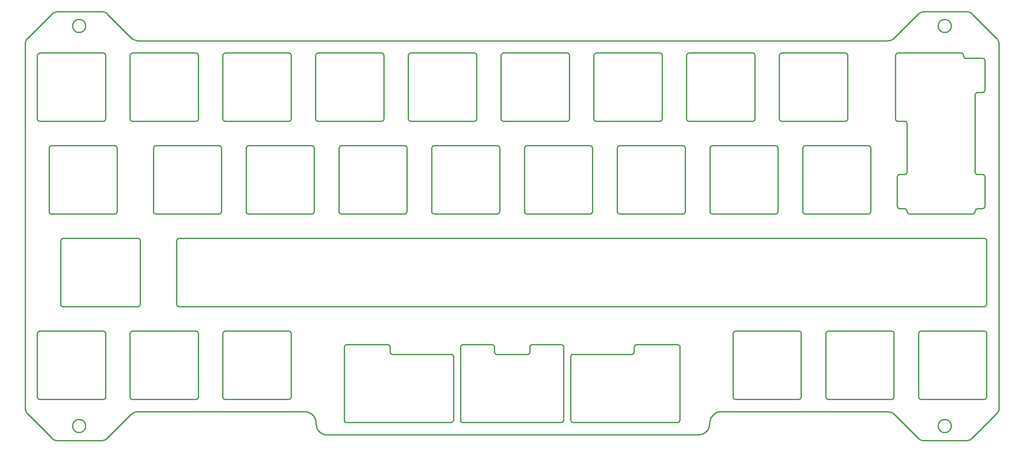
<source format=gm1>
%TF.GenerationSoftware,KiCad,Pcbnew,7.0.6*%
%TF.CreationDate,2023-12-03T00:16:16-05:00*%
%TF.ProjectId,dual-stagger-cutiepie-plate,6475616c-2d73-4746-9167-6765722d6375,rev?*%
%TF.SameCoordinates,PX2fb0968PY80063eb*%
%TF.FileFunction,Profile,NP*%
%FSLAX46Y46*%
G04 Gerber Fmt 4.6, Leading zero omitted, Abs format (unit mm)*
G04 Created by KiCad (PCBNEW 7.0.6) date 2023-12-03 00:16:16*
%MOMM*%
%LPD*%
G01*
G04 APERTURE LIST*
%ADD10C,0.250000*%
%TA.AperFunction,Profile*%
%ADD11C,0.250000*%
%TD*%
G04 APERTURE END LIST*
D10*
X181119141Y47224301D02*
X181046754Y47483570D01*
X180857470Y47663954D01*
X180619141Y47724301D01*
D11*
X181119141Y47137301D02*
X181119141Y47224301D01*
D10*
X181619141Y46637301D02*
X181359872Y46709688D01*
X181179488Y46898972D01*
X181119141Y47137301D01*
D11*
X194619141Y46637301D02*
X181619141Y46637301D01*
D10*
X195119141Y47137301D02*
X195046754Y46878033D01*
X194857470Y46697649D01*
X194619141Y46637301D01*
D11*
X195119141Y47224301D02*
X195119141Y47137301D01*
D10*
X195619141Y47724301D02*
X195359872Y47651915D01*
X195179488Y47462631D01*
X195119141Y47224301D01*
D11*
X196619141Y47724301D02*
X195619141Y47724301D01*
D10*
X197119141Y48224301D02*
X197046754Y47965033D01*
X196857470Y47784649D01*
X196619141Y47724301D01*
D11*
X197119141Y54224301D02*
X197119141Y48224301D01*
D10*
X196619141Y54724301D02*
X196878409Y54651915D01*
X197058793Y54462631D01*
X197119141Y54224301D01*
D11*
X195619141Y54724301D02*
X196619141Y54724301D01*
D10*
X195119141Y55224301D02*
X195191527Y54965033D01*
X195380811Y54784649D01*
X195619141Y54724301D01*
D11*
X195119141Y71100301D02*
X195119141Y55224301D01*
D10*
X195619141Y71600301D02*
X195359872Y71527915D01*
X195179488Y71338631D01*
X195119141Y71100301D01*
D11*
X196619141Y71600301D02*
X195619141Y71600301D01*
D10*
X197119141Y72100301D02*
X197046754Y71841033D01*
X196857470Y71660649D01*
X196619141Y71600301D01*
D11*
X197119141Y78100301D02*
X197119141Y72100301D01*
D10*
X196619141Y78600301D02*
X196878409Y78527915D01*
X197058793Y78338631D01*
X197119141Y78100301D01*
D11*
X193237891Y78600301D02*
X196619141Y78600301D01*
D10*
X192737891Y79100301D02*
X192810277Y78841033D01*
X192999561Y78660649D01*
X193237891Y78600301D01*
D11*
X192737891Y79192301D02*
X192737891Y79100301D01*
D10*
X192237891Y79692301D02*
X192497159Y79619915D01*
X192677543Y79430631D01*
X192737891Y79192301D01*
D11*
X179237891Y79692301D02*
X192237891Y79692301D01*
D10*
X178737891Y79192301D02*
X178810277Y79451570D01*
X178999561Y79631954D01*
X179237891Y79692301D01*
D11*
X178737891Y66187301D02*
X178737891Y79192301D01*
D10*
X179237891Y65687301D02*
X178978622Y65759688D01*
X178798238Y65948972D01*
X178737891Y66187301D01*
D11*
X180619141Y65687301D02*
X179237891Y65687301D01*
D10*
X181119141Y65187301D02*
X181046754Y65446570D01*
X180857470Y65626954D01*
X180619141Y65687301D01*
D11*
X181118904Y55227260D02*
X181119141Y65187301D01*
D10*
X180618904Y54727260D02*
X180878172Y54799647D01*
X181058556Y54988931D01*
X181118904Y55227260D01*
D11*
X179619141Y54726804D02*
X180618904Y54727260D01*
D10*
X179119141Y54226804D02*
X179191527Y54486073D01*
X179380811Y54666457D01*
X179619141Y54726804D01*
D11*
X179619141Y47726804D02*
X180619144Y47726804D01*
D10*
X179119141Y48226804D02*
X179191527Y47967536D01*
X179380811Y47787152D01*
X179619141Y47726804D01*
D11*
X179119141Y54226804D02*
X179119141Y48226804D01*
D10*
X7288498Y41092449D02*
X7360884Y41351718D01*
X7550168Y41532102D01*
X7788498Y41592449D01*
D11*
X7288498Y28092449D02*
X7288498Y41092449D01*
D10*
X7788498Y27592449D02*
X7529229Y27664836D01*
X7348845Y27854120D01*
X7288498Y28092449D01*
D11*
X23169498Y27592449D02*
X7788498Y27592449D01*
D10*
X23669498Y28092449D02*
X23597111Y27833181D01*
X23407827Y27652797D01*
X23169498Y27592449D01*
D11*
X23669498Y41092449D02*
X23669498Y28092449D01*
D10*
X23169498Y41592449D02*
X23428766Y41520063D01*
X23609150Y41330779D01*
X23669498Y41092449D01*
D11*
X7788498Y41592449D02*
X23169498Y41592449D01*
D10*
X2525587Y79192449D02*
X2597973Y79451718D01*
X2787257Y79632102D01*
X3025587Y79692449D01*
D11*
X2525587Y66192449D02*
X2525587Y79192449D01*
D10*
X3025587Y65692449D02*
X2766318Y65764836D01*
X2585934Y65954120D01*
X2525587Y66192449D01*
D11*
X16025587Y65692449D02*
X3025587Y65692449D01*
D10*
X16525587Y66192449D02*
X16453200Y65933181D01*
X16263916Y65752797D01*
X16025587Y65692449D01*
D11*
X16525587Y79192449D02*
X16525587Y66192449D01*
D10*
X16025587Y79692449D02*
X16284855Y79620063D01*
X16465239Y79430779D01*
X16525587Y79192449D01*
D11*
X3025587Y79692449D02*
X16025587Y79692449D01*
D10*
X21575587Y79192449D02*
X21647973Y79451718D01*
X21837257Y79632102D01*
X22075587Y79692449D01*
D11*
X21575587Y66192449D02*
X21575587Y79192449D01*
D10*
X22075587Y65692449D02*
X21816318Y65764836D01*
X21635934Y65954120D01*
X21575587Y66192449D01*
D11*
X35075587Y65692449D02*
X22075587Y65692449D01*
D10*
X35575587Y66192449D02*
X35503200Y65933181D01*
X35313916Y65752797D01*
X35075587Y65692449D01*
D11*
X35575587Y79192449D02*
X35575587Y66192449D01*
D10*
X35075587Y79692449D02*
X35334855Y79620063D01*
X35515239Y79430779D01*
X35575587Y79192449D01*
D11*
X22075587Y79692449D02*
X35075587Y79692449D01*
D10*
X40625195Y79192449D02*
X40697581Y79451718D01*
X40886865Y79632102D01*
X41125195Y79692449D01*
D11*
X40625195Y66192449D02*
X40625195Y79192449D01*
D10*
X41125195Y65692449D02*
X40865926Y65764836D01*
X40685542Y65954120D01*
X40625195Y66192449D01*
D11*
X54125195Y65692449D02*
X41125195Y65692449D01*
D10*
X54625195Y66192449D02*
X54552808Y65933181D01*
X54363524Y65752797D01*
X54125195Y65692449D01*
D11*
X54625195Y79192449D02*
X54625195Y66192449D01*
D10*
X54125195Y79692449D02*
X54384463Y79620063D01*
X54564847Y79430779D01*
X54625195Y79192449D01*
D11*
X41125195Y79692449D02*
X54125195Y79692449D01*
D10*
X59675587Y79192449D02*
X59747973Y79451718D01*
X59937257Y79632102D01*
X60175587Y79692449D01*
D11*
X59675587Y66192449D02*
X59675587Y79192449D01*
D10*
X60175587Y65692449D02*
X59916318Y65764836D01*
X59735934Y65954120D01*
X59675587Y66192449D01*
D11*
X73175587Y65692449D02*
X60175587Y65692449D01*
D10*
X73675587Y66192449D02*
X73603200Y65933181D01*
X73413916Y65752797D01*
X73175587Y65692449D01*
D11*
X73675587Y79192449D02*
X73675587Y66192449D01*
D10*
X73175587Y79692449D02*
X73434855Y79620063D01*
X73615239Y79430779D01*
X73675587Y79192449D01*
D11*
X60175587Y79692449D02*
X73175587Y79692449D01*
D10*
X78725587Y79192449D02*
X78797973Y79451718D01*
X78987257Y79632102D01*
X79225587Y79692449D01*
D11*
X78725587Y66192449D02*
X78725587Y79192449D01*
D10*
X79225587Y65692449D02*
X78966318Y65764836D01*
X78785934Y65954120D01*
X78725587Y66192449D01*
D11*
X92225587Y65692449D02*
X79225587Y65692449D01*
D10*
X92725587Y66192449D02*
X92653200Y65933181D01*
X92463916Y65752797D01*
X92225587Y65692449D01*
D11*
X92725587Y79192449D02*
X92725587Y66192449D01*
D10*
X92225587Y79692449D02*
X92484855Y79620063D01*
X92665239Y79430779D01*
X92725587Y79192449D01*
D11*
X79225587Y79692449D02*
X92225587Y79692449D01*
D10*
X97775195Y79192449D02*
X97847581Y79451718D01*
X98036865Y79632102D01*
X98275195Y79692449D01*
D11*
X97775195Y66192449D02*
X97775195Y79192449D01*
D10*
X98275195Y65692449D02*
X98015926Y65764836D01*
X97835542Y65954120D01*
X97775195Y66192449D01*
D11*
X111275195Y65692449D02*
X98275195Y65692449D01*
D10*
X111775195Y66192449D02*
X111702808Y65933181D01*
X111513524Y65752797D01*
X111275195Y65692449D01*
D11*
X111775195Y79192449D02*
X111775195Y66192449D01*
D10*
X111275195Y79692449D02*
X111534463Y79620063D01*
X111714847Y79430779D01*
X111775195Y79192449D01*
D11*
X98275195Y79692449D02*
X111275195Y79692449D01*
D10*
X116825587Y79192449D02*
X116897973Y79451718D01*
X117087257Y79632102D01*
X117325587Y79692449D01*
D11*
X116825587Y66192449D02*
X116825587Y79192449D01*
D10*
X117325587Y65692449D02*
X117066318Y65764836D01*
X116885934Y65954120D01*
X116825587Y66192449D01*
D11*
X130325587Y65692449D02*
X117325587Y65692449D01*
D10*
X130825587Y66192449D02*
X130753200Y65933181D01*
X130563916Y65752797D01*
X130325587Y65692449D01*
D11*
X130825587Y79192449D02*
X130825587Y66192449D01*
D10*
X130325587Y79692449D02*
X130584855Y79620063D01*
X130765239Y79430779D01*
X130825587Y79192449D01*
D11*
X117325587Y79692449D02*
X130325587Y79692449D01*
D10*
X135875587Y79192449D02*
X135947973Y79451718D01*
X136137257Y79632102D01*
X136375587Y79692449D01*
D11*
X135875587Y66192449D02*
X135875587Y79192449D01*
D10*
X136375587Y65692449D02*
X136116318Y65764836D01*
X135935934Y65954120D01*
X135875587Y66192449D01*
D11*
X149375587Y65692449D02*
X136375587Y65692449D01*
D10*
X149875587Y66192449D02*
X149803200Y65933181D01*
X149613916Y65752797D01*
X149375587Y65692449D01*
D11*
X149875587Y79192449D02*
X149875587Y66192449D01*
D10*
X149375587Y79692449D02*
X149634855Y79620063D01*
X149815239Y79430779D01*
X149875587Y79192449D01*
D11*
X136375587Y79692449D02*
X149375587Y79692449D01*
D10*
X154925195Y79192449D02*
X154997581Y79451718D01*
X155186865Y79632102D01*
X155425195Y79692449D01*
D11*
X154925195Y66192449D02*
X154925195Y79192449D01*
D10*
X155425195Y65692449D02*
X155165926Y65764836D01*
X154985542Y65954120D01*
X154925195Y66192449D01*
D11*
X168425195Y65692449D02*
X155425195Y65692449D01*
D10*
X168925195Y66192449D02*
X168852808Y65933181D01*
X168663524Y65752797D01*
X168425195Y65692449D01*
D11*
X168925195Y79192449D02*
X168925195Y66192449D01*
D10*
X168425195Y79692449D02*
X168684463Y79620063D01*
X168864847Y79430779D01*
X168925195Y79192449D01*
D11*
X155425195Y79692449D02*
X168425195Y79692449D01*
D10*
X4906526Y60142449D02*
X4978912Y60401718D01*
X5168196Y60582102D01*
X5406526Y60642449D01*
D11*
X4906526Y47142449D02*
X4906526Y60142449D01*
D10*
X5406526Y46642449D02*
X5147257Y46714836D01*
X4966873Y46904120D01*
X4906526Y47142449D01*
D11*
X18406526Y46642449D02*
X5406526Y46642449D01*
D10*
X18906526Y47142449D02*
X18834139Y46883181D01*
X18644855Y46702797D01*
X18406526Y46642449D01*
D11*
X18906526Y60142449D02*
X18906526Y47142449D01*
D10*
X18406526Y60642449D02*
X18665794Y60570063D01*
X18846178Y60380779D01*
X18906526Y60142449D01*
D11*
X5406526Y60642449D02*
X18406526Y60642449D01*
D10*
X26338087Y60142449D02*
X26410473Y60401718D01*
X26599757Y60582102D01*
X26838087Y60642449D01*
D11*
X26338087Y47142449D02*
X26338087Y60142449D01*
D10*
X26838087Y46642449D02*
X26578818Y46714836D01*
X26398434Y46904120D01*
X26338087Y47142449D01*
D11*
X39838087Y46642449D02*
X26838087Y46642449D01*
D10*
X40338087Y47142449D02*
X40265700Y46883181D01*
X40076416Y46702797D01*
X39838087Y46642449D01*
D11*
X40338087Y60142449D02*
X40338087Y47142449D01*
D10*
X39838087Y60642449D02*
X40097355Y60570063D01*
X40277739Y60380779D01*
X40338087Y60142449D01*
D11*
X26838087Y60642449D02*
X39838087Y60642449D01*
D10*
X45387695Y60142449D02*
X45460081Y60401718D01*
X45649365Y60582102D01*
X45887695Y60642449D01*
D11*
X45387695Y47142449D02*
X45387695Y60142449D01*
D10*
X45887695Y46642449D02*
X45628426Y46714836D01*
X45448042Y46904120D01*
X45387695Y47142449D01*
D11*
X58887695Y46642449D02*
X45887695Y46642449D01*
D10*
X59387695Y47142449D02*
X59315308Y46883181D01*
X59126024Y46702797D01*
X58887695Y46642449D01*
D11*
X59387695Y60142449D02*
X59387695Y47142449D01*
D10*
X58887695Y60642449D02*
X59146963Y60570063D01*
X59327347Y60380779D01*
X59387695Y60142449D01*
D11*
X45887695Y60642449D02*
X58887695Y60642449D01*
D10*
X64438087Y60142449D02*
X64510473Y60401718D01*
X64699757Y60582102D01*
X64938087Y60642449D01*
D11*
X64438087Y47142449D02*
X64438087Y60142449D01*
D10*
X64938087Y46642449D02*
X64678818Y46714836D01*
X64498434Y46904120D01*
X64438087Y47142449D01*
D11*
X77938087Y46642449D02*
X64938087Y46642449D01*
D10*
X78438087Y47142449D02*
X78365700Y46883181D01*
X78176416Y46702797D01*
X77938087Y46642449D01*
D11*
X78438087Y60142449D02*
X78438087Y47142449D01*
D10*
X77938087Y60642449D02*
X78197355Y60570063D01*
X78377739Y60380779D01*
X78438087Y60142449D01*
D11*
X64938087Y60642449D02*
X77938087Y60642449D01*
D10*
X83488087Y60142449D02*
X83560473Y60401718D01*
X83749757Y60582102D01*
X83988087Y60642449D01*
D11*
X83488087Y47142449D02*
X83488087Y60142449D01*
D10*
X83988087Y46642449D02*
X83728818Y46714836D01*
X83548434Y46904120D01*
X83488087Y47142449D01*
D11*
X96988087Y46642449D02*
X83988087Y46642449D01*
D10*
X97488087Y47142449D02*
X97415700Y46883181D01*
X97226416Y46702797D01*
X96988087Y46642449D01*
D11*
X97488087Y60142449D02*
X97488087Y47142449D01*
D10*
X96988087Y60642449D02*
X97247355Y60570063D01*
X97427739Y60380779D01*
X97488087Y60142449D01*
D11*
X83988087Y60642449D02*
X96988087Y60642449D01*
D10*
X102537695Y60142449D02*
X102610081Y60401718D01*
X102799365Y60582102D01*
X103037695Y60642449D01*
D11*
X102537695Y47142449D02*
X102537695Y60142449D01*
D10*
X103037695Y46642449D02*
X102778426Y46714836D01*
X102598042Y46904120D01*
X102537695Y47142449D01*
D11*
X116037695Y46642449D02*
X103037695Y46642449D01*
D10*
X116537695Y47142449D02*
X116465308Y46883181D01*
X116276024Y46702797D01*
X116037695Y46642449D01*
D11*
X116537695Y60142449D02*
X116537695Y47142449D01*
D10*
X116037695Y60642449D02*
X116296963Y60570063D01*
X116477347Y60380779D01*
X116537695Y60142449D01*
D11*
X103037695Y60642449D02*
X116037695Y60642449D01*
D10*
X121588087Y60142449D02*
X121660473Y60401718D01*
X121849757Y60582102D01*
X122088087Y60642449D01*
D11*
X121588087Y47142449D02*
X121588087Y60142449D01*
D10*
X122088087Y46642449D02*
X121828818Y46714836D01*
X121648434Y46904120D01*
X121588087Y47142449D01*
D11*
X135088087Y46642449D02*
X122088087Y46642449D01*
D10*
X135588087Y47142449D02*
X135515700Y46883181D01*
X135326416Y46702797D01*
X135088087Y46642449D01*
D11*
X135588087Y60142449D02*
X135588087Y47142449D01*
D10*
X135088087Y60642449D02*
X135347355Y60570063D01*
X135527739Y60380779D01*
X135588087Y60142449D01*
D11*
X122088087Y60642449D02*
X135088087Y60642449D01*
D10*
X140638087Y60142449D02*
X140710473Y60401718D01*
X140899757Y60582102D01*
X141138087Y60642449D01*
D11*
X140638087Y47142449D02*
X140638087Y60142449D01*
D10*
X141138087Y46642449D02*
X140878818Y46714836D01*
X140698434Y46904120D01*
X140638087Y47142449D01*
D11*
X154138087Y46642449D02*
X141138087Y46642449D01*
D10*
X154638087Y47142449D02*
X154565700Y46883181D01*
X154376416Y46702797D01*
X154138087Y46642449D01*
D11*
X154638087Y60142449D02*
X154638087Y47142449D01*
D10*
X154138087Y60642449D02*
X154397355Y60570063D01*
X154577739Y60380779D01*
X154638087Y60142449D01*
D11*
X141138087Y60642449D02*
X154138087Y60642449D01*
D10*
X159687695Y60142449D02*
X159760081Y60401718D01*
X159949365Y60582102D01*
X160187695Y60642449D01*
D11*
X159687695Y47142449D02*
X159687695Y60142449D01*
D10*
X160187695Y46642449D02*
X159928426Y46714836D01*
X159748042Y46904120D01*
X159687695Y47142449D01*
D11*
X173187695Y46642449D02*
X160187695Y46642449D01*
D10*
X173687695Y47142449D02*
X173615308Y46883181D01*
X173426024Y46702797D01*
X173187695Y46642449D01*
D11*
X173687695Y60142449D02*
X173687695Y47142449D01*
D10*
X173187695Y60642449D02*
X173446963Y60570063D01*
X173627347Y60380779D01*
X173687695Y60142449D01*
D11*
X160187695Y60642449D02*
X173187695Y60642449D01*
D10*
X2525587Y22042449D02*
X2597973Y22301718D01*
X2787257Y22482102D01*
X3025587Y22542449D01*
D11*
X2525587Y9042449D02*
X2525587Y22042449D01*
D10*
X3025587Y8542449D02*
X2766318Y8614836D01*
X2585934Y8804120D01*
X2525587Y9042449D01*
D11*
X16025587Y8542449D02*
X3025587Y8542449D01*
D10*
X16525587Y9042449D02*
X16453200Y8783181D01*
X16263916Y8602797D01*
X16025587Y8542449D01*
D11*
X16525587Y22042449D02*
X16525587Y9042449D01*
D10*
X16025587Y22542449D02*
X16284855Y22470063D01*
X16465239Y22280779D01*
X16525587Y22042449D01*
D11*
X3025587Y22542449D02*
X16025587Y22542449D01*
D10*
X21575587Y22042449D02*
X21647973Y22301718D01*
X21837257Y22482102D01*
X22075587Y22542449D01*
D11*
X21575587Y9042449D02*
X21575587Y22042449D01*
D10*
X22075587Y8542449D02*
X21816318Y8614836D01*
X21635934Y8804120D01*
X21575587Y9042449D01*
D11*
X35075587Y8542449D02*
X22075587Y8542449D01*
D10*
X35575587Y9042449D02*
X35503200Y8783181D01*
X35313916Y8602797D01*
X35075587Y8542449D01*
D11*
X35575587Y22042449D02*
X35575587Y9042449D01*
D10*
X35075587Y22542449D02*
X35334855Y22470063D01*
X35515239Y22280779D01*
X35575587Y22042449D01*
D11*
X22075587Y22542449D02*
X35075587Y22542449D01*
D10*
X40625195Y22042449D02*
X40697581Y22301718D01*
X40886865Y22482102D01*
X41125195Y22542449D01*
D11*
X40625195Y9042449D02*
X40625195Y22042449D01*
D10*
X41125195Y8542449D02*
X40865926Y8614836D01*
X40685542Y8804120D01*
X40625195Y9042449D01*
D11*
X54125195Y8542449D02*
X41125195Y8542449D01*
D10*
X54625195Y9042449D02*
X54552808Y8783181D01*
X54363524Y8602797D01*
X54125195Y8542449D01*
D11*
X54625195Y22042449D02*
X54625195Y9042449D01*
D10*
X54125195Y22542449D02*
X54384463Y22470063D01*
X54564847Y22280779D01*
X54625195Y22042449D01*
D11*
X41125195Y22542449D02*
X54125195Y22542449D01*
D10*
X145400391Y22042449D02*
X145472777Y22301718D01*
X145662061Y22482102D01*
X145900391Y22542449D01*
D11*
X145400391Y9042449D02*
X145400391Y22042449D01*
D10*
X145900391Y8542449D02*
X145641122Y8614836D01*
X145460738Y8804120D01*
X145400391Y9042449D01*
D11*
X158900391Y8542449D02*
X145900391Y8542449D01*
D10*
X159400391Y9042449D02*
X159328004Y8783181D01*
X159138720Y8602797D01*
X158900391Y8542449D01*
D11*
X159400391Y22042449D02*
X159400391Y9042449D01*
D10*
X158900391Y22542449D02*
X159159659Y22470063D01*
X159340043Y22280779D01*
X159400391Y22042449D01*
D11*
X145900391Y22542449D02*
X158900391Y22542449D01*
D10*
X164450391Y22042449D02*
X164522777Y22301718D01*
X164712061Y22482102D01*
X164950391Y22542449D01*
D11*
X164450391Y9042449D02*
X164450391Y22042449D01*
D10*
X164950391Y8542449D02*
X164691122Y8614836D01*
X164510738Y8804120D01*
X164450391Y9042449D01*
D11*
X177950391Y8542449D02*
X164950391Y8542449D01*
D10*
X178450391Y9042449D02*
X178378004Y8783181D01*
X178188720Y8602797D01*
X177950391Y8542449D01*
D11*
X178450391Y22042449D02*
X178450391Y9042449D01*
D10*
X177950391Y22542449D02*
X178209659Y22470063D01*
X178390043Y22280779D01*
X178450391Y22042449D01*
D11*
X164950391Y22542449D02*
X177950391Y22542449D01*
D10*
X183499998Y22042449D02*
X183572384Y22301718D01*
X183761668Y22482102D01*
X183999998Y22542449D01*
D11*
X183499998Y9042449D02*
X183499998Y22042449D01*
D10*
X183999998Y8542449D02*
X183740729Y8614836D01*
X183560345Y8804120D01*
X183499998Y9042449D01*
D11*
X196999998Y8542449D02*
X183999998Y8542449D01*
D10*
X197499998Y9042449D02*
X197427611Y8783181D01*
X197238327Y8602797D01*
X196999998Y8542449D01*
D11*
X197499998Y22042449D02*
X197499998Y9042449D01*
D10*
X196999998Y22542449D02*
X197259266Y22470063D01*
X197439650Y22280779D01*
X197499998Y22042449D01*
D11*
X183999998Y22542449D02*
X196999998Y22542449D01*
D10*
X31099998Y41092449D02*
X31172384Y41351718D01*
X31361668Y41532102D01*
X31599998Y41592449D01*
D11*
X31099998Y28092449D02*
X31099998Y41092449D01*
D10*
X31599998Y27592449D02*
X31340729Y27664836D01*
X31160345Y27854120D01*
X31099998Y28092449D01*
D11*
X196999998Y27592449D02*
X31599998Y27592449D01*
D10*
X197499998Y28092449D02*
X197427611Y27833181D01*
X197238327Y27652797D01*
X196999998Y27592449D01*
D11*
X197499998Y41092449D02*
X197499998Y28092449D01*
D10*
X196999998Y41592449D02*
X197259266Y41520063D01*
X197439650Y41330779D01*
X197499998Y41092449D01*
D11*
X31599998Y41592449D02*
X196999998Y41592449D01*
X190256621Y3015723D02*
G75*
G03*
X190256621Y3015723I-1350000J0D01*
G01*
X12468932Y3015449D02*
G75*
G03*
X12468932Y3015449I-1350000J0D01*
G01*
X12468932Y85217348D02*
G75*
G03*
X12468932Y85217348I-1350000J0D01*
G01*
X190256621Y85217329D02*
G75*
G03*
X190256621Y85217329I-1350000J0D01*
G01*
X74937998Y19274801D02*
X74937998Y18279801D01*
D10*
X74437998Y19774801D02*
X74697266Y19702415D01*
X74877650Y19513131D01*
X74937998Y19274801D01*
D11*
X74437998Y19779801D02*
X74437998Y19774801D01*
X66024998Y19779801D02*
X74437998Y19779801D01*
D10*
X65524998Y19279801D02*
X65597384Y19539070D01*
X65786668Y19719454D01*
X66024998Y19779801D01*
D11*
X65524998Y4279801D02*
X65524998Y19279801D01*
D10*
X66024998Y3779801D02*
X65765729Y3852188D01*
X65585345Y4041472D01*
X65524998Y4279801D01*
D11*
X87462998Y3779801D02*
X66024998Y3779801D01*
D10*
X87962998Y4279801D02*
X87890611Y4020533D01*
X87701327Y3840149D01*
X87462998Y3779801D01*
D11*
X87962998Y17279801D02*
X87962998Y4279801D01*
D10*
X87462998Y17779801D02*
X87722266Y17707415D01*
X87902650Y17518131D01*
X87962998Y17279801D01*
D11*
X75437998Y17779801D02*
X87462998Y17779801D01*
D10*
X74937998Y18279801D02*
X75010384Y18020533D01*
X75199668Y17840149D01*
X75437998Y17779801D01*
D11*
X391Y81388921D02*
X391Y44238574D01*
D10*
X586177Y82803135D02*
X392838Y82578800D01*
X236003Y82330703D01*
X117504Y82063269D01*
X39175Y81780924D01*
X2848Y81488096D01*
X391Y81388921D01*
D11*
X5414604Y87631562D02*
X586177Y82803135D01*
D10*
X6828818Y88217348D02*
X6533478Y88195430D01*
X6247147Y88130898D01*
X5974251Y88025585D01*
X5719216Y87881325D01*
X5486468Y87699951D01*
X5414604Y87631562D01*
D11*
X15571966Y88217348D02*
X6828818Y88217348D01*
D10*
X16986180Y87631562D02*
X16761844Y87824900D01*
X16513747Y87981735D01*
X16246313Y88100234D01*
X15963968Y88178564D01*
X15671140Y88214891D01*
X15571966Y88217348D01*
D11*
X21814607Y82803135D02*
X16986180Y87631562D01*
D10*
X23228820Y82217348D02*
X22933480Y82239267D01*
X22647149Y82303799D01*
X22374254Y82409112D01*
X22119219Y82553372D01*
X21886471Y82734747D01*
X21814607Y82803135D01*
D11*
X177121964Y82217306D02*
X23228820Y82217348D01*
D10*
X178536178Y82803093D02*
X178311842Y82609755D01*
X178063745Y82452920D01*
X177796311Y82334421D01*
X177513966Y82256091D01*
X177221138Y82219764D01*
X177121964Y82217306D01*
D11*
X183364647Y87631562D02*
X178536178Y82803093D01*
D10*
X184778860Y88217348D02*
X184483520Y88195430D01*
X184197189Y88130898D01*
X183924293Y88025585D01*
X183669259Y87881325D01*
X183436511Y87699951D01*
X183364647Y87631562D01*
D11*
X193197306Y88217348D02*
X184778860Y88217348D01*
D10*
X194611520Y87631562D02*
X194387184Y87824900D01*
X194139087Y87981735D01*
X193871653Y88100234D01*
X193589308Y88178564D01*
X193296480Y88214891D01*
X193197306Y88217348D01*
D11*
X199439979Y82803102D02*
X194611520Y87631562D01*
D10*
X200025774Y81388888D02*
X200003854Y81684229D01*
X199939320Y81970560D01*
X199834006Y82243456D01*
X199689744Y82498490D01*
X199508368Y82731238D01*
X199439979Y82803102D01*
D11*
X200025376Y6844049D02*
X200025774Y81388888D01*
D10*
X199439574Y5429841D02*
X199632914Y5654175D01*
X199789752Y5902271D01*
X199908254Y6169704D01*
X199986587Y6452047D01*
X200022916Y6744875D01*
X200025376Y6844049D01*
D11*
X194611064Y601432D02*
X199439574Y5429841D01*
D10*
X193196844Y15661D02*
X193492183Y37576D01*
X193778515Y102105D01*
X194051412Y207415D01*
X194306448Y351673D01*
X194539198Y533044D01*
X194611064Y601432D01*
D11*
X184778398Y15749D02*
X193196844Y15661D01*
D10*
X183364191Y601550D02*
X183588524Y408210D01*
X183836620Y251372D01*
X184104052Y132870D01*
X184386396Y54538D01*
X184679223Y18208D01*
X184778398Y15749D01*
D11*
X178534394Y5431449D02*
X183364191Y601550D01*
D10*
X177120168Y6017250D02*
X177415511Y5995331D01*
X177701844Y5930797D01*
X177974743Y5825482D01*
X178229779Y5681218D01*
X178462528Y5499840D01*
X178534394Y5431449D01*
D11*
X143071114Y6017301D02*
X177120168Y6017250D01*
D10*
X140571111Y3517305D02*
X140584018Y3772916D01*
X140621902Y4021143D01*
X140722811Y4376889D01*
X140872849Y4708953D01*
X141067774Y5013095D01*
X141303346Y5285071D01*
X141575323Y5520642D01*
X141879465Y5715567D01*
X142211529Y5865603D01*
X142567276Y5966511D01*
X142815503Y6004395D01*
X143071114Y6017301D01*
X140571111Y3517272D02*
X140571111Y3517305D01*
X138309388Y1255578D02*
X138653822Y1281638D01*
X138981949Y1357259D01*
X139289930Y1478605D01*
X139573929Y1641839D01*
X139830108Y1843124D01*
X140054632Y2078623D01*
X140243663Y2344500D01*
X140393364Y2636917D01*
X140499899Y2952038D01*
X140559431Y3286027D01*
X140571111Y3517272D01*
D11*
X62014883Y1255578D02*
X138309388Y1255578D01*
D10*
X59753160Y3517301D02*
X59779220Y3172863D01*
X59854842Y2844734D01*
X59976190Y2536751D01*
X60139426Y2252751D01*
X60340714Y1996570D01*
X60576217Y1772046D01*
X60842097Y1583016D01*
X61134518Y1433316D01*
X61449643Y1326784D01*
X61783634Y1267256D01*
X62014883Y1255578D01*
X57253160Y6017301D02*
X57508770Y6004394D01*
X57756997Y5966510D01*
X58112743Y5865602D01*
X58444808Y5715565D01*
X58748949Y5520640D01*
X59020927Y5285068D01*
X59256498Y5013091D01*
X59451423Y4708950D01*
X59601460Y4376885D01*
X59702368Y4021139D01*
X59740252Y3772912D01*
X59753160Y3517301D01*
D11*
X23204106Y6017301D02*
X57253160Y6017301D01*
D10*
X21814210Y5431677D02*
X22034815Y5622244D01*
X22278563Y5777508D01*
X22541241Y5895694D01*
X22818636Y5975028D01*
X23106534Y6013735D01*
X23204106Y6017301D01*
D11*
X16985724Y603292D02*
X21814210Y5431677D01*
D10*
X15571504Y17520D02*
X15866843Y39436D01*
X16153175Y103965D01*
X16426072Y209275D01*
X16681108Y353533D01*
X16913858Y534904D01*
X16985724Y603292D01*
D11*
X6828356Y17612D02*
X15571504Y17520D01*
D10*
X5414149Y603413D02*
X5638481Y410073D01*
X5886577Y253236D01*
X6154010Y134734D01*
X6436353Y56401D01*
X6729181Y20072D01*
X6828356Y17612D01*
D11*
X585772Y5431891D02*
X5414149Y603413D01*
D10*
X0Y6846111D02*
X21915Y6550772D01*
X86444Y6264440D01*
X191754Y5991543D01*
X336012Y5736507D01*
X517383Y5503757D01*
X585772Y5431891D01*
D11*
X391Y44238574D02*
X0Y6846111D01*
X112562891Y17779801D02*
X124587891Y17779801D01*
D10*
X112062891Y17279801D02*
X112135277Y17539070D01*
X112324561Y17719454D01*
X112562891Y17779801D01*
D11*
X112062891Y4279801D02*
X112062891Y17279801D01*
D10*
X112562891Y3779801D02*
X112303622Y3852188D01*
X112123238Y4041472D01*
X112062891Y4279801D01*
D11*
X134000891Y3779801D02*
X112562891Y3779801D01*
D10*
X134500891Y4279801D02*
X134428504Y4020533D01*
X134239220Y3840149D01*
X134000891Y3779801D01*
D11*
X134500891Y19279801D02*
X134500891Y4279801D01*
D10*
X134000891Y19779801D02*
X134260159Y19707415D01*
X134440543Y19518131D01*
X134500891Y19279801D01*
D11*
X134000891Y19774801D02*
X134000891Y19779801D01*
X125587891Y19774801D02*
X134000891Y19774801D01*
D10*
X125087891Y19274801D02*
X125160277Y19534070D01*
X125349561Y19714454D01*
X125587891Y19774801D01*
D11*
X125087891Y18279801D02*
X125087891Y19274801D01*
D10*
X124587891Y17779801D02*
X124847159Y17852188D01*
X125027543Y18041472D01*
X125087891Y18279801D01*
D11*
X96900891Y17774801D02*
X103124891Y17774801D01*
D10*
X96400891Y18274801D02*
X96473277Y18015533D01*
X96662561Y17835149D01*
X96900891Y17774801D01*
D11*
X96400891Y19279801D02*
X96400891Y18274801D01*
D10*
X95900891Y19779801D02*
X96160159Y19707415D01*
X96340543Y19518131D01*
X96400891Y19279801D01*
D11*
X89900891Y19779801D02*
X95900891Y19779801D01*
D10*
X89400891Y19279801D02*
X89473277Y19539070D01*
X89662561Y19719454D01*
X89900891Y19779801D01*
D11*
X89400891Y4279801D02*
X89400891Y19279801D01*
D10*
X89900891Y3779801D02*
X89641622Y3852188D01*
X89461238Y4041472D01*
X89400891Y4279801D01*
D11*
X110124891Y3779801D02*
X89900891Y3779801D01*
D10*
X110624891Y4279801D02*
X110552504Y4020533D01*
X110363220Y3840149D01*
X110124891Y3779801D01*
D11*
X110624891Y19279801D02*
X110624891Y4279801D01*
D10*
X110124891Y19779801D02*
X110384159Y19707415D01*
X110564543Y19518131D01*
X110624891Y19279801D01*
D11*
X104124891Y19779801D02*
X110124891Y19779801D01*
D10*
X103624891Y19279801D02*
X103697277Y19539070D01*
X103886561Y19719454D01*
X104124891Y19779801D01*
D11*
X103624891Y18274801D02*
X103624891Y19279801D01*
D10*
X103124891Y17774801D02*
X103384159Y17847188D01*
X103564543Y18036472D01*
X103624891Y18274801D01*
M02*

</source>
